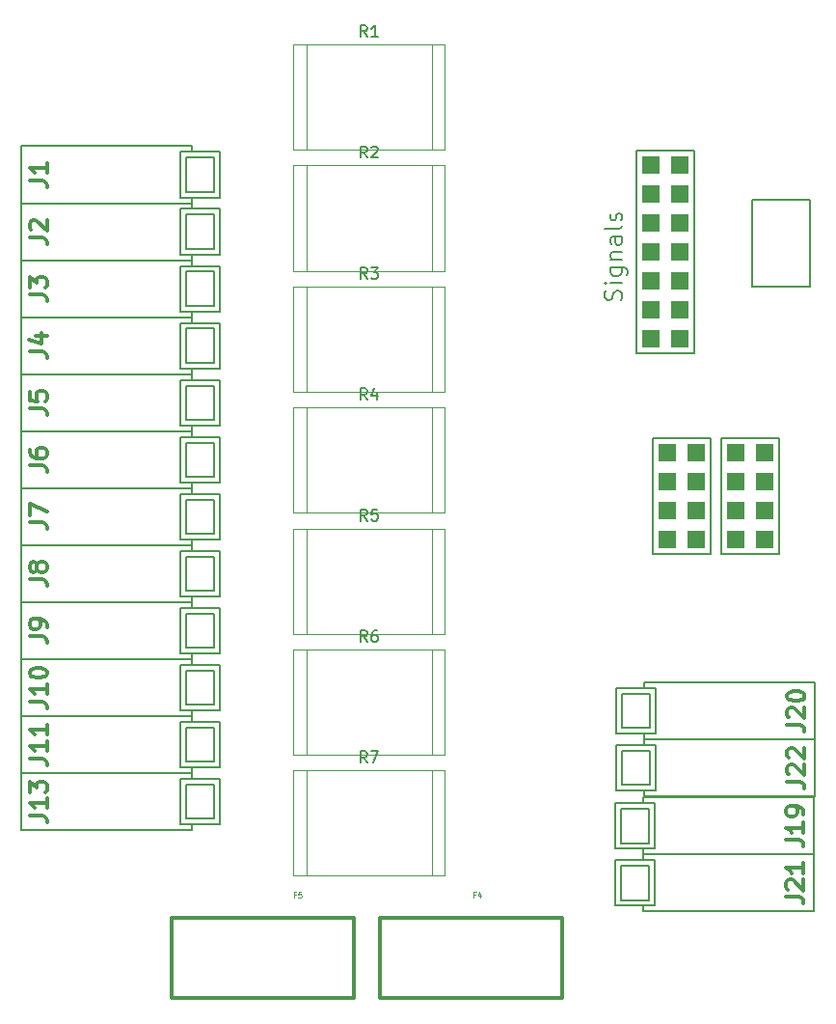
<source format=gbr>
%TF.GenerationSoftware,KiCad,Pcbnew,7.0.7-7.0.7~ubuntu23.04.1*%
%TF.CreationDate,2023-09-11T01:14:45+00:00*%
%TF.ProjectId,ISO11446PWR01,49534f31-3134-4343-9650-575230312e6b,rev?*%
%TF.SameCoordinates,Original*%
%TF.FileFunction,Legend,Top*%
%TF.FilePolarity,Positive*%
%FSLAX46Y46*%
G04 Gerber Fmt 4.6, Leading zero omitted, Abs format (unit mm)*
G04 Created by KiCad (PCBNEW 7.0.7-7.0.7~ubuntu23.04.1) date 2023-09-11 01:14:45*
%MOMM*%
%LPD*%
G01*
G04 APERTURE LIST*
%ADD10C,0.304800*%
%ADD11C,0.150000*%
%ADD12C,0.100000*%
%ADD13C,0.120000*%
%ADD14C,0.300000*%
%ADD15R,1.524000X1.524000*%
G04 APERTURE END LIST*
D10*
X6711281Y72686000D02*
X7799852Y72686000D01*
X7799852Y72686000D02*
X8017567Y72613429D01*
X8017567Y72613429D02*
X8162710Y72468286D01*
X8162710Y72468286D02*
X8235281Y72250572D01*
X8235281Y72250572D02*
X8235281Y72105429D01*
X6711281Y73266572D02*
X6711281Y74210000D01*
X6711281Y74210000D02*
X7291852Y73702000D01*
X7291852Y73702000D02*
X7291852Y73919715D01*
X7291852Y73919715D02*
X7364424Y74064857D01*
X7364424Y74064857D02*
X7436995Y74137429D01*
X7436995Y74137429D02*
X7582138Y74210000D01*
X7582138Y74210000D02*
X7944995Y74210000D01*
X7944995Y74210000D02*
X8090138Y74137429D01*
X8090138Y74137429D02*
X8162710Y74064857D01*
X8162710Y74064857D02*
X8235281Y73919715D01*
X8235281Y73919715D02*
X8235281Y73484286D01*
X8235281Y73484286D02*
X8162710Y73339143D01*
X8162710Y73339143D02*
X8090138Y73266572D01*
X6711281Y67686000D02*
X7799852Y67686000D01*
X7799852Y67686000D02*
X8017567Y67613429D01*
X8017567Y67613429D02*
X8162710Y67468286D01*
X8162710Y67468286D02*
X8235281Y67250572D01*
X8235281Y67250572D02*
X8235281Y67105429D01*
X7219281Y69064857D02*
X8235281Y69064857D01*
X6638710Y68702000D02*
X7727281Y68339143D01*
X7727281Y68339143D02*
X7727281Y69282572D01*
X73144931Y19828286D02*
X74233502Y19828286D01*
X74233502Y19828286D02*
X74451217Y19755715D01*
X74451217Y19755715D02*
X74596360Y19610572D01*
X74596360Y19610572D02*
X74668931Y19392858D01*
X74668931Y19392858D02*
X74668931Y19247715D01*
X73290074Y20481429D02*
X73217502Y20554001D01*
X73217502Y20554001D02*
X73144931Y20699143D01*
X73144931Y20699143D02*
X73144931Y21062001D01*
X73144931Y21062001D02*
X73217502Y21207143D01*
X73217502Y21207143D02*
X73290074Y21279715D01*
X73290074Y21279715D02*
X73435217Y21352286D01*
X73435217Y21352286D02*
X73580360Y21352286D01*
X73580360Y21352286D02*
X73798074Y21279715D01*
X73798074Y21279715D02*
X74668931Y20408858D01*
X74668931Y20408858D02*
X74668931Y21352286D01*
X74668931Y22803715D02*
X74668931Y21932858D01*
X74668931Y22368287D02*
X73144931Y22368287D01*
X73144931Y22368287D02*
X73362645Y22223144D01*
X73362645Y22223144D02*
X73507788Y22078001D01*
X73507788Y22078001D02*
X73580360Y21932858D01*
D11*
X36333333Y52839469D02*
X36000000Y53315660D01*
X35761905Y52839469D02*
X35761905Y53839469D01*
X35761905Y53839469D02*
X36142857Y53839469D01*
X36142857Y53839469D02*
X36238095Y53791850D01*
X36238095Y53791850D02*
X36285714Y53744231D01*
X36285714Y53744231D02*
X36333333Y53648993D01*
X36333333Y53648993D02*
X36333333Y53506136D01*
X36333333Y53506136D02*
X36285714Y53410898D01*
X36285714Y53410898D02*
X36238095Y53363279D01*
X36238095Y53363279D02*
X36142857Y53315660D01*
X36142857Y53315660D02*
X35761905Y53315660D01*
X37238095Y53839469D02*
X36761905Y53839469D01*
X36761905Y53839469D02*
X36714286Y53363279D01*
X36714286Y53363279D02*
X36761905Y53410898D01*
X36761905Y53410898D02*
X36857143Y53458517D01*
X36857143Y53458517D02*
X37095238Y53458517D01*
X37095238Y53458517D02*
X37190476Y53410898D01*
X37190476Y53410898D02*
X37238095Y53363279D01*
X37238095Y53363279D02*
X37285714Y53268041D01*
X37285714Y53268041D02*
X37285714Y53029946D01*
X37285714Y53029946D02*
X37238095Y52934708D01*
X37238095Y52934708D02*
X37190476Y52887088D01*
X37190476Y52887088D02*
X37095238Y52839469D01*
X37095238Y52839469D02*
X36857143Y52839469D01*
X36857143Y52839469D02*
X36761905Y52887088D01*
X36761905Y52887088D02*
X36714286Y52934708D01*
D10*
X6711281Y82686000D02*
X7799852Y82686000D01*
X7799852Y82686000D02*
X8017567Y82613429D01*
X8017567Y82613429D02*
X8162710Y82468286D01*
X8162710Y82468286D02*
X8235281Y82250572D01*
X8235281Y82250572D02*
X8235281Y82105429D01*
X8235281Y84210000D02*
X8235281Y83339143D01*
X8235281Y83774572D02*
X6711281Y83774572D01*
X6711281Y83774572D02*
X6928995Y83629429D01*
X6928995Y83629429D02*
X7074138Y83484286D01*
X7074138Y83484286D02*
X7146710Y83339143D01*
X73144931Y24828286D02*
X74233502Y24828286D01*
X74233502Y24828286D02*
X74451217Y24755715D01*
X74451217Y24755715D02*
X74596360Y24610572D01*
X74596360Y24610572D02*
X74668931Y24392858D01*
X74668931Y24392858D02*
X74668931Y24247715D01*
X74668931Y26352286D02*
X74668931Y25481429D01*
X74668931Y25916858D02*
X73144931Y25916858D01*
X73144931Y25916858D02*
X73362645Y25771715D01*
X73362645Y25771715D02*
X73507788Y25626572D01*
X73507788Y25626572D02*
X73580360Y25481429D01*
X74668931Y27078001D02*
X74668931Y27368287D01*
X74668931Y27368287D02*
X74596360Y27513430D01*
X74596360Y27513430D02*
X74523788Y27586001D01*
X74523788Y27586001D02*
X74306074Y27731144D01*
X74306074Y27731144D02*
X74015788Y27803715D01*
X74015788Y27803715D02*
X73435217Y27803715D01*
X73435217Y27803715D02*
X73290074Y27731144D01*
X73290074Y27731144D02*
X73217502Y27658572D01*
X73217502Y27658572D02*
X73144931Y27513430D01*
X73144931Y27513430D02*
X73144931Y27223144D01*
X73144931Y27223144D02*
X73217502Y27078001D01*
X73217502Y27078001D02*
X73290074Y27005430D01*
X73290074Y27005430D02*
X73435217Y26932858D01*
X73435217Y26932858D02*
X73798074Y26932858D01*
X73798074Y26932858D02*
X73943217Y27005430D01*
X73943217Y27005430D02*
X74015788Y27078001D01*
X74015788Y27078001D02*
X74088360Y27223144D01*
X74088360Y27223144D02*
X74088360Y27513430D01*
X74088360Y27513430D02*
X74015788Y27658572D01*
X74015788Y27658572D02*
X73943217Y27731144D01*
X73943217Y27731144D02*
X73798074Y27803715D01*
X6711281Y52686000D02*
X7799852Y52686000D01*
X7799852Y52686000D02*
X8017567Y52613429D01*
X8017567Y52613429D02*
X8162710Y52468286D01*
X8162710Y52468286D02*
X8235281Y52250572D01*
X8235281Y52250572D02*
X8235281Y52105429D01*
X6711281Y53266572D02*
X6711281Y54282572D01*
X6711281Y54282572D02*
X8235281Y53629429D01*
D12*
X30060715Y20035796D02*
X29894048Y20035796D01*
X29894048Y19773891D02*
X29894048Y20273891D01*
X29894048Y20273891D02*
X30132143Y20273891D01*
X30560714Y20273891D02*
X30322619Y20273891D01*
X30322619Y20273891D02*
X30298810Y20035796D01*
X30298810Y20035796D02*
X30322619Y20059605D01*
X30322619Y20059605D02*
X30370238Y20083415D01*
X30370238Y20083415D02*
X30489286Y20083415D01*
X30489286Y20083415D02*
X30536905Y20059605D01*
X30536905Y20059605D02*
X30560714Y20035796D01*
X30560714Y20035796D02*
X30584524Y19988177D01*
X30584524Y19988177D02*
X30584524Y19869129D01*
X30584524Y19869129D02*
X30560714Y19821510D01*
X30560714Y19821510D02*
X30536905Y19797700D01*
X30536905Y19797700D02*
X30489286Y19773891D01*
X30489286Y19773891D02*
X30370238Y19773891D01*
X30370238Y19773891D02*
X30322619Y19797700D01*
X30322619Y19797700D02*
X30298810Y19821510D01*
D10*
X6711281Y26960286D02*
X7799852Y26960286D01*
X7799852Y26960286D02*
X8017567Y26887715D01*
X8017567Y26887715D02*
X8162710Y26742572D01*
X8162710Y26742572D02*
X8235281Y26524858D01*
X8235281Y26524858D02*
X8235281Y26379715D01*
X8235281Y28484286D02*
X8235281Y27613429D01*
X8235281Y28048858D02*
X6711281Y28048858D01*
X6711281Y28048858D02*
X6928995Y27903715D01*
X6928995Y27903715D02*
X7074138Y27758572D01*
X7074138Y27758572D02*
X7146710Y27613429D01*
X6711281Y28992287D02*
X6711281Y29935715D01*
X6711281Y29935715D02*
X7291852Y29427715D01*
X7291852Y29427715D02*
X7291852Y29645430D01*
X7291852Y29645430D02*
X7364424Y29790572D01*
X7364424Y29790572D02*
X7436995Y29863144D01*
X7436995Y29863144D02*
X7582138Y29935715D01*
X7582138Y29935715D02*
X7944995Y29935715D01*
X7944995Y29935715D02*
X8090138Y29863144D01*
X8090138Y29863144D02*
X8162710Y29790572D01*
X8162710Y29790572D02*
X8235281Y29645430D01*
X8235281Y29645430D02*
X8235281Y29210001D01*
X8235281Y29210001D02*
X8162710Y29064858D01*
X8162710Y29064858D02*
X8090138Y28992287D01*
D11*
X36333333Y84681253D02*
X36000000Y85157444D01*
X35761905Y84681253D02*
X35761905Y85681253D01*
X35761905Y85681253D02*
X36142857Y85681253D01*
X36142857Y85681253D02*
X36238095Y85633634D01*
X36238095Y85633634D02*
X36285714Y85586015D01*
X36285714Y85586015D02*
X36333333Y85490777D01*
X36333333Y85490777D02*
X36333333Y85347920D01*
X36333333Y85347920D02*
X36285714Y85252682D01*
X36285714Y85252682D02*
X36238095Y85205063D01*
X36238095Y85205063D02*
X36142857Y85157444D01*
X36142857Y85157444D02*
X35761905Y85157444D01*
X36714286Y85586015D02*
X36761905Y85633634D01*
X36761905Y85633634D02*
X36857143Y85681253D01*
X36857143Y85681253D02*
X37095238Y85681253D01*
X37095238Y85681253D02*
X37190476Y85633634D01*
X37190476Y85633634D02*
X37238095Y85586015D01*
X37238095Y85586015D02*
X37285714Y85490777D01*
X37285714Y85490777D02*
X37285714Y85395539D01*
X37285714Y85395539D02*
X37238095Y85252682D01*
X37238095Y85252682D02*
X36666667Y84681253D01*
X36666667Y84681253D02*
X37285714Y84681253D01*
D10*
X73224181Y29928286D02*
X74312752Y29928286D01*
X74312752Y29928286D02*
X74530467Y29855715D01*
X74530467Y29855715D02*
X74675610Y29710572D01*
X74675610Y29710572D02*
X74748181Y29492858D01*
X74748181Y29492858D02*
X74748181Y29347715D01*
X73369324Y30581429D02*
X73296752Y30654001D01*
X73296752Y30654001D02*
X73224181Y30799143D01*
X73224181Y30799143D02*
X73224181Y31162001D01*
X73224181Y31162001D02*
X73296752Y31307143D01*
X73296752Y31307143D02*
X73369324Y31379715D01*
X73369324Y31379715D02*
X73514467Y31452286D01*
X73514467Y31452286D02*
X73659610Y31452286D01*
X73659610Y31452286D02*
X73877324Y31379715D01*
X73877324Y31379715D02*
X74748181Y30508858D01*
X74748181Y30508858D02*
X74748181Y31452286D01*
X73369324Y32032858D02*
X73296752Y32105430D01*
X73296752Y32105430D02*
X73224181Y32250572D01*
X73224181Y32250572D02*
X73224181Y32613430D01*
X73224181Y32613430D02*
X73296752Y32758572D01*
X73296752Y32758572D02*
X73369324Y32831144D01*
X73369324Y32831144D02*
X73514467Y32903715D01*
X73514467Y32903715D02*
X73659610Y32903715D01*
X73659610Y32903715D02*
X73877324Y32831144D01*
X73877324Y32831144D02*
X74748181Y31960287D01*
X74748181Y31960287D02*
X74748181Y32903715D01*
D11*
X58614700Y72178572D02*
X58686128Y72392857D01*
X58686128Y72392857D02*
X58686128Y72750000D01*
X58686128Y72750000D02*
X58614700Y72892857D01*
X58614700Y72892857D02*
X58543271Y72964286D01*
X58543271Y72964286D02*
X58400414Y73035715D01*
X58400414Y73035715D02*
X58257557Y73035715D01*
X58257557Y73035715D02*
X58114700Y72964286D01*
X58114700Y72964286D02*
X58043271Y72892857D01*
X58043271Y72892857D02*
X57971842Y72750000D01*
X57971842Y72750000D02*
X57900414Y72464286D01*
X57900414Y72464286D02*
X57828985Y72321429D01*
X57828985Y72321429D02*
X57757557Y72250000D01*
X57757557Y72250000D02*
X57614700Y72178572D01*
X57614700Y72178572D02*
X57471842Y72178572D01*
X57471842Y72178572D02*
X57328985Y72250000D01*
X57328985Y72250000D02*
X57257557Y72321429D01*
X57257557Y72321429D02*
X57186128Y72464286D01*
X57186128Y72464286D02*
X57186128Y72821429D01*
X57186128Y72821429D02*
X57257557Y73035715D01*
X58686128Y73678571D02*
X57686128Y73678571D01*
X57186128Y73678571D02*
X57257557Y73607143D01*
X57257557Y73607143D02*
X57328985Y73678571D01*
X57328985Y73678571D02*
X57257557Y73750000D01*
X57257557Y73750000D02*
X57186128Y73678571D01*
X57186128Y73678571D02*
X57328985Y73678571D01*
X57686128Y75035714D02*
X58900414Y75035714D01*
X58900414Y75035714D02*
X59043271Y74964286D01*
X59043271Y74964286D02*
X59114700Y74892857D01*
X59114700Y74892857D02*
X59186128Y74750000D01*
X59186128Y74750000D02*
X59186128Y74535714D01*
X59186128Y74535714D02*
X59114700Y74392857D01*
X58614700Y75035714D02*
X58686128Y74892857D01*
X58686128Y74892857D02*
X58686128Y74607143D01*
X58686128Y74607143D02*
X58614700Y74464286D01*
X58614700Y74464286D02*
X58543271Y74392857D01*
X58543271Y74392857D02*
X58400414Y74321429D01*
X58400414Y74321429D02*
X57971842Y74321429D01*
X57971842Y74321429D02*
X57828985Y74392857D01*
X57828985Y74392857D02*
X57757557Y74464286D01*
X57757557Y74464286D02*
X57686128Y74607143D01*
X57686128Y74607143D02*
X57686128Y74892857D01*
X57686128Y74892857D02*
X57757557Y75035714D01*
X57686128Y75750000D02*
X58686128Y75750000D01*
X57828985Y75750000D02*
X57757557Y75821429D01*
X57757557Y75821429D02*
X57686128Y75964286D01*
X57686128Y75964286D02*
X57686128Y76178572D01*
X57686128Y76178572D02*
X57757557Y76321429D01*
X57757557Y76321429D02*
X57900414Y76392857D01*
X57900414Y76392857D02*
X58686128Y76392857D01*
X58686128Y77750000D02*
X57900414Y77750000D01*
X57900414Y77750000D02*
X57757557Y77678572D01*
X57757557Y77678572D02*
X57686128Y77535715D01*
X57686128Y77535715D02*
X57686128Y77250000D01*
X57686128Y77250000D02*
X57757557Y77107143D01*
X58614700Y77750000D02*
X58686128Y77607143D01*
X58686128Y77607143D02*
X58686128Y77250000D01*
X58686128Y77250000D02*
X58614700Y77107143D01*
X58614700Y77107143D02*
X58471842Y77035715D01*
X58471842Y77035715D02*
X58328985Y77035715D01*
X58328985Y77035715D02*
X58186128Y77107143D01*
X58186128Y77107143D02*
X58114700Y77250000D01*
X58114700Y77250000D02*
X58114700Y77607143D01*
X58114700Y77607143D02*
X58043271Y77750000D01*
X58686128Y78678572D02*
X58614700Y78535715D01*
X58614700Y78535715D02*
X58471842Y78464286D01*
X58471842Y78464286D02*
X57186128Y78464286D01*
X58614700Y79178572D02*
X58686128Y79321429D01*
X58686128Y79321429D02*
X58686128Y79607143D01*
X58686128Y79607143D02*
X58614700Y79750000D01*
X58614700Y79750000D02*
X58471842Y79821429D01*
X58471842Y79821429D02*
X58400414Y79821429D01*
X58400414Y79821429D02*
X58257557Y79750000D01*
X58257557Y79750000D02*
X58186128Y79607143D01*
X58186128Y79607143D02*
X58186128Y79392857D01*
X58186128Y79392857D02*
X58114700Y79250000D01*
X58114700Y79250000D02*
X57971842Y79178572D01*
X57971842Y79178572D02*
X57900414Y79178572D01*
X57900414Y79178572D02*
X57757557Y79250000D01*
X57757557Y79250000D02*
X57686128Y79392857D01*
X57686128Y79392857D02*
X57686128Y79607143D01*
X57686128Y79607143D02*
X57757557Y79750000D01*
D10*
X6711281Y62686000D02*
X7799852Y62686000D01*
X7799852Y62686000D02*
X8017567Y62613429D01*
X8017567Y62613429D02*
X8162710Y62468286D01*
X8162710Y62468286D02*
X8235281Y62250572D01*
X8235281Y62250572D02*
X8235281Y62105429D01*
X6711281Y64137429D02*
X6711281Y63411715D01*
X6711281Y63411715D02*
X7436995Y63339143D01*
X7436995Y63339143D02*
X7364424Y63411715D01*
X7364424Y63411715D02*
X7291852Y63556857D01*
X7291852Y63556857D02*
X7291852Y63919715D01*
X7291852Y63919715D02*
X7364424Y64064857D01*
X7364424Y64064857D02*
X7436995Y64137429D01*
X7436995Y64137429D02*
X7582138Y64210000D01*
X7582138Y64210000D02*
X7944995Y64210000D01*
X7944995Y64210000D02*
X8090138Y64137429D01*
X8090138Y64137429D02*
X8162710Y64064857D01*
X8162710Y64064857D02*
X8235281Y63919715D01*
X8235281Y63919715D02*
X8235281Y63556857D01*
X8235281Y63556857D02*
X8162710Y63411715D01*
X8162710Y63411715D02*
X8090138Y63339143D01*
X6711281Y42686000D02*
X7799852Y42686000D01*
X7799852Y42686000D02*
X8017567Y42613429D01*
X8017567Y42613429D02*
X8162710Y42468286D01*
X8162710Y42468286D02*
X8235281Y42250572D01*
X8235281Y42250572D02*
X8235281Y42105429D01*
X8235281Y43484286D02*
X8235281Y43774572D01*
X8235281Y43774572D02*
X8162710Y43919715D01*
X8162710Y43919715D02*
X8090138Y43992286D01*
X8090138Y43992286D02*
X7872424Y44137429D01*
X7872424Y44137429D02*
X7582138Y44210000D01*
X7582138Y44210000D02*
X7001567Y44210000D01*
X7001567Y44210000D02*
X6856424Y44137429D01*
X6856424Y44137429D02*
X6783852Y44064857D01*
X6783852Y44064857D02*
X6711281Y43919715D01*
X6711281Y43919715D02*
X6711281Y43629429D01*
X6711281Y43629429D02*
X6783852Y43484286D01*
X6783852Y43484286D02*
X6856424Y43411715D01*
X6856424Y43411715D02*
X7001567Y43339143D01*
X7001567Y43339143D02*
X7364424Y43339143D01*
X7364424Y43339143D02*
X7509567Y43411715D01*
X7509567Y43411715D02*
X7582138Y43484286D01*
X7582138Y43484286D02*
X7654710Y43629429D01*
X7654710Y43629429D02*
X7654710Y43919715D01*
X7654710Y43919715D02*
X7582138Y44064857D01*
X7582138Y44064857D02*
X7509567Y44137429D01*
X7509567Y44137429D02*
X7364424Y44210000D01*
D11*
X36333333Y42225541D02*
X36000000Y42701732D01*
X35761905Y42225541D02*
X35761905Y43225541D01*
X35761905Y43225541D02*
X36142857Y43225541D01*
X36142857Y43225541D02*
X36238095Y43177922D01*
X36238095Y43177922D02*
X36285714Y43130303D01*
X36285714Y43130303D02*
X36333333Y43035065D01*
X36333333Y43035065D02*
X36333333Y42892208D01*
X36333333Y42892208D02*
X36285714Y42796970D01*
X36285714Y42796970D02*
X36238095Y42749351D01*
X36238095Y42749351D02*
X36142857Y42701732D01*
X36142857Y42701732D02*
X35761905Y42701732D01*
X37190476Y43225541D02*
X37000000Y43225541D01*
X37000000Y43225541D02*
X36904762Y43177922D01*
X36904762Y43177922D02*
X36857143Y43130303D01*
X36857143Y43130303D02*
X36761905Y42987446D01*
X36761905Y42987446D02*
X36714286Y42796970D01*
X36714286Y42796970D02*
X36714286Y42416018D01*
X36714286Y42416018D02*
X36761905Y42320780D01*
X36761905Y42320780D02*
X36809524Y42273160D01*
X36809524Y42273160D02*
X36904762Y42225541D01*
X36904762Y42225541D02*
X37095238Y42225541D01*
X37095238Y42225541D02*
X37190476Y42273160D01*
X37190476Y42273160D02*
X37238095Y42320780D01*
X37238095Y42320780D02*
X37285714Y42416018D01*
X37285714Y42416018D02*
X37285714Y42654113D01*
X37285714Y42654113D02*
X37238095Y42749351D01*
X37238095Y42749351D02*
X37190476Y42796970D01*
X37190476Y42796970D02*
X37095238Y42844589D01*
X37095238Y42844589D02*
X36904762Y42844589D01*
X36904762Y42844589D02*
X36809524Y42796970D01*
X36809524Y42796970D02*
X36761905Y42749351D01*
X36761905Y42749351D02*
X36714286Y42654113D01*
D10*
X73224181Y34928286D02*
X74312752Y34928286D01*
X74312752Y34928286D02*
X74530467Y34855715D01*
X74530467Y34855715D02*
X74675610Y34710572D01*
X74675610Y34710572D02*
X74748181Y34492858D01*
X74748181Y34492858D02*
X74748181Y34347715D01*
X73369324Y35581429D02*
X73296752Y35654001D01*
X73296752Y35654001D02*
X73224181Y35799143D01*
X73224181Y35799143D02*
X73224181Y36162001D01*
X73224181Y36162001D02*
X73296752Y36307143D01*
X73296752Y36307143D02*
X73369324Y36379715D01*
X73369324Y36379715D02*
X73514467Y36452286D01*
X73514467Y36452286D02*
X73659610Y36452286D01*
X73659610Y36452286D02*
X73877324Y36379715D01*
X73877324Y36379715D02*
X74748181Y35508858D01*
X74748181Y35508858D02*
X74748181Y36452286D01*
X73224181Y37395715D02*
X73224181Y37540858D01*
X73224181Y37540858D02*
X73296752Y37686001D01*
X73296752Y37686001D02*
X73369324Y37758572D01*
X73369324Y37758572D02*
X73514467Y37831144D01*
X73514467Y37831144D02*
X73804752Y37903715D01*
X73804752Y37903715D02*
X74167610Y37903715D01*
X74167610Y37903715D02*
X74457895Y37831144D01*
X74457895Y37831144D02*
X74603038Y37758572D01*
X74603038Y37758572D02*
X74675610Y37686001D01*
X74675610Y37686001D02*
X74748181Y37540858D01*
X74748181Y37540858D02*
X74748181Y37395715D01*
X74748181Y37395715D02*
X74675610Y37250572D01*
X74675610Y37250572D02*
X74603038Y37178001D01*
X74603038Y37178001D02*
X74457895Y37105430D01*
X74457895Y37105430D02*
X74167610Y37032858D01*
X74167610Y37032858D02*
X73804752Y37032858D01*
X73804752Y37032858D02*
X73514467Y37105430D01*
X73514467Y37105430D02*
X73369324Y37178001D01*
X73369324Y37178001D02*
X73296752Y37250572D01*
X73296752Y37250572D02*
X73224181Y37395715D01*
D11*
X36333333Y95295181D02*
X36000000Y95771372D01*
X35761905Y95295181D02*
X35761905Y96295181D01*
X35761905Y96295181D02*
X36142857Y96295181D01*
X36142857Y96295181D02*
X36238095Y96247562D01*
X36238095Y96247562D02*
X36285714Y96199943D01*
X36285714Y96199943D02*
X36333333Y96104705D01*
X36333333Y96104705D02*
X36333333Y95961848D01*
X36333333Y95961848D02*
X36285714Y95866610D01*
X36285714Y95866610D02*
X36238095Y95818991D01*
X36238095Y95818991D02*
X36142857Y95771372D01*
X36142857Y95771372D02*
X35761905Y95771372D01*
X37285714Y95295181D02*
X36714286Y95295181D01*
X37000000Y95295181D02*
X37000000Y96295181D01*
X37000000Y96295181D02*
X36904762Y96152324D01*
X36904762Y96152324D02*
X36809524Y96057086D01*
X36809524Y96057086D02*
X36714286Y96009467D01*
D10*
X6711281Y36960286D02*
X7799852Y36960286D01*
X7799852Y36960286D02*
X8017567Y36887715D01*
X8017567Y36887715D02*
X8162710Y36742572D01*
X8162710Y36742572D02*
X8235281Y36524858D01*
X8235281Y36524858D02*
X8235281Y36379715D01*
X8235281Y38484286D02*
X8235281Y37613429D01*
X8235281Y38048858D02*
X6711281Y38048858D01*
X6711281Y38048858D02*
X6928995Y37903715D01*
X6928995Y37903715D02*
X7074138Y37758572D01*
X7074138Y37758572D02*
X7146710Y37613429D01*
X6711281Y39427715D02*
X6711281Y39572858D01*
X6711281Y39572858D02*
X6783852Y39718001D01*
X6783852Y39718001D02*
X6856424Y39790572D01*
X6856424Y39790572D02*
X7001567Y39863144D01*
X7001567Y39863144D02*
X7291852Y39935715D01*
X7291852Y39935715D02*
X7654710Y39935715D01*
X7654710Y39935715D02*
X7944995Y39863144D01*
X7944995Y39863144D02*
X8090138Y39790572D01*
X8090138Y39790572D02*
X8162710Y39718001D01*
X8162710Y39718001D02*
X8235281Y39572858D01*
X8235281Y39572858D02*
X8235281Y39427715D01*
X8235281Y39427715D02*
X8162710Y39282572D01*
X8162710Y39282572D02*
X8090138Y39210001D01*
X8090138Y39210001D02*
X7944995Y39137430D01*
X7944995Y39137430D02*
X7654710Y39064858D01*
X7654710Y39064858D02*
X7291852Y39064858D01*
X7291852Y39064858D02*
X7001567Y39137430D01*
X7001567Y39137430D02*
X6856424Y39210001D01*
X6856424Y39210001D02*
X6783852Y39282572D01*
X6783852Y39282572D02*
X6711281Y39427715D01*
X6711281Y77686000D02*
X7799852Y77686000D01*
X7799852Y77686000D02*
X8017567Y77613429D01*
X8017567Y77613429D02*
X8162710Y77468286D01*
X8162710Y77468286D02*
X8235281Y77250572D01*
X8235281Y77250572D02*
X8235281Y77105429D01*
X6856424Y78339143D02*
X6783852Y78411715D01*
X6783852Y78411715D02*
X6711281Y78556857D01*
X6711281Y78556857D02*
X6711281Y78919715D01*
X6711281Y78919715D02*
X6783852Y79064857D01*
X6783852Y79064857D02*
X6856424Y79137429D01*
X6856424Y79137429D02*
X7001567Y79210000D01*
X7001567Y79210000D02*
X7146710Y79210000D01*
X7146710Y79210000D02*
X7364424Y79137429D01*
X7364424Y79137429D02*
X8235281Y78266572D01*
X8235281Y78266572D02*
X8235281Y79210000D01*
D12*
X45833334Y20035796D02*
X45666667Y20035796D01*
X45666667Y19773891D02*
X45666667Y20273891D01*
X45666667Y20273891D02*
X45904762Y20273891D01*
X46309524Y20107224D02*
X46309524Y19773891D01*
X46190476Y20297700D02*
X46071429Y19940558D01*
X46071429Y19940558D02*
X46380952Y19940558D01*
D11*
X36333333Y74067325D02*
X36000000Y74543516D01*
X35761905Y74067325D02*
X35761905Y75067325D01*
X35761905Y75067325D02*
X36142857Y75067325D01*
X36142857Y75067325D02*
X36238095Y75019706D01*
X36238095Y75019706D02*
X36285714Y74972087D01*
X36285714Y74972087D02*
X36333333Y74876849D01*
X36333333Y74876849D02*
X36333333Y74733992D01*
X36333333Y74733992D02*
X36285714Y74638754D01*
X36285714Y74638754D02*
X36238095Y74591135D01*
X36238095Y74591135D02*
X36142857Y74543516D01*
X36142857Y74543516D02*
X35761905Y74543516D01*
X36666667Y75067325D02*
X37285714Y75067325D01*
X37285714Y75067325D02*
X36952381Y74686373D01*
X36952381Y74686373D02*
X37095238Y74686373D01*
X37095238Y74686373D02*
X37190476Y74638754D01*
X37190476Y74638754D02*
X37238095Y74591135D01*
X37238095Y74591135D02*
X37285714Y74495897D01*
X37285714Y74495897D02*
X37285714Y74257802D01*
X37285714Y74257802D02*
X37238095Y74162564D01*
X37238095Y74162564D02*
X37190476Y74114944D01*
X37190476Y74114944D02*
X37095238Y74067325D01*
X37095238Y74067325D02*
X36809524Y74067325D01*
X36809524Y74067325D02*
X36714286Y74114944D01*
X36714286Y74114944D02*
X36666667Y74162564D01*
X36333333Y31611613D02*
X36000000Y32087804D01*
X35761905Y31611613D02*
X35761905Y32611613D01*
X35761905Y32611613D02*
X36142857Y32611613D01*
X36142857Y32611613D02*
X36238095Y32563994D01*
X36238095Y32563994D02*
X36285714Y32516375D01*
X36285714Y32516375D02*
X36333333Y32421137D01*
X36333333Y32421137D02*
X36333333Y32278280D01*
X36333333Y32278280D02*
X36285714Y32183042D01*
X36285714Y32183042D02*
X36238095Y32135423D01*
X36238095Y32135423D02*
X36142857Y32087804D01*
X36142857Y32087804D02*
X35761905Y32087804D01*
X36666667Y32611613D02*
X37333333Y32611613D01*
X37333333Y32611613D02*
X36904762Y31611613D01*
D10*
X6711281Y57686000D02*
X7799852Y57686000D01*
X7799852Y57686000D02*
X8017567Y57613429D01*
X8017567Y57613429D02*
X8162710Y57468286D01*
X8162710Y57468286D02*
X8235281Y57250572D01*
X8235281Y57250572D02*
X8235281Y57105429D01*
X6711281Y59064857D02*
X6711281Y58774572D01*
X6711281Y58774572D02*
X6783852Y58629429D01*
X6783852Y58629429D02*
X6856424Y58556857D01*
X6856424Y58556857D02*
X7074138Y58411715D01*
X7074138Y58411715D02*
X7364424Y58339143D01*
X7364424Y58339143D02*
X7944995Y58339143D01*
X7944995Y58339143D02*
X8090138Y58411715D01*
X8090138Y58411715D02*
X8162710Y58484286D01*
X8162710Y58484286D02*
X8235281Y58629429D01*
X8235281Y58629429D02*
X8235281Y58919715D01*
X8235281Y58919715D02*
X8162710Y59064857D01*
X8162710Y59064857D02*
X8090138Y59137429D01*
X8090138Y59137429D02*
X7944995Y59210000D01*
X7944995Y59210000D02*
X7582138Y59210000D01*
X7582138Y59210000D02*
X7436995Y59137429D01*
X7436995Y59137429D02*
X7364424Y59064857D01*
X7364424Y59064857D02*
X7291852Y58919715D01*
X7291852Y58919715D02*
X7291852Y58629429D01*
X7291852Y58629429D02*
X7364424Y58484286D01*
X7364424Y58484286D02*
X7436995Y58411715D01*
X7436995Y58411715D02*
X7582138Y58339143D01*
X6711281Y31960286D02*
X7799852Y31960286D01*
X7799852Y31960286D02*
X8017567Y31887715D01*
X8017567Y31887715D02*
X8162710Y31742572D01*
X8162710Y31742572D02*
X8235281Y31524858D01*
X8235281Y31524858D02*
X8235281Y31379715D01*
X8235281Y33484286D02*
X8235281Y32613429D01*
X8235281Y33048858D02*
X6711281Y33048858D01*
X6711281Y33048858D02*
X6928995Y32903715D01*
X6928995Y32903715D02*
X7074138Y32758572D01*
X7074138Y32758572D02*
X7146710Y32613429D01*
X8235281Y34935715D02*
X8235281Y34064858D01*
X8235281Y34500287D02*
X6711281Y34500287D01*
X6711281Y34500287D02*
X6928995Y34355144D01*
X6928995Y34355144D02*
X7074138Y34210001D01*
X7074138Y34210001D02*
X7146710Y34064858D01*
D11*
X36333333Y63453397D02*
X36000000Y63929588D01*
X35761905Y63453397D02*
X35761905Y64453397D01*
X35761905Y64453397D02*
X36142857Y64453397D01*
X36142857Y64453397D02*
X36238095Y64405778D01*
X36238095Y64405778D02*
X36285714Y64358159D01*
X36285714Y64358159D02*
X36333333Y64262921D01*
X36333333Y64262921D02*
X36333333Y64120064D01*
X36333333Y64120064D02*
X36285714Y64024826D01*
X36285714Y64024826D02*
X36238095Y63977207D01*
X36238095Y63977207D02*
X36142857Y63929588D01*
X36142857Y63929588D02*
X35761905Y63929588D01*
X37190476Y64120064D02*
X37190476Y63453397D01*
X36952381Y64501016D02*
X36714286Y63786731D01*
X36714286Y63786731D02*
X37333333Y63786731D01*
D10*
X6711281Y47686000D02*
X7799852Y47686000D01*
X7799852Y47686000D02*
X8017567Y47613429D01*
X8017567Y47613429D02*
X8162710Y47468286D01*
X8162710Y47468286D02*
X8235281Y47250572D01*
X8235281Y47250572D02*
X8235281Y47105429D01*
X7364424Y48629429D02*
X7291852Y48484286D01*
X7291852Y48484286D02*
X7219281Y48411715D01*
X7219281Y48411715D02*
X7074138Y48339143D01*
X7074138Y48339143D02*
X7001567Y48339143D01*
X7001567Y48339143D02*
X6856424Y48411715D01*
X6856424Y48411715D02*
X6783852Y48484286D01*
X6783852Y48484286D02*
X6711281Y48629429D01*
X6711281Y48629429D02*
X6711281Y48919715D01*
X6711281Y48919715D02*
X6783852Y49064857D01*
X6783852Y49064857D02*
X6856424Y49137429D01*
X6856424Y49137429D02*
X7001567Y49210000D01*
X7001567Y49210000D02*
X7074138Y49210000D01*
X7074138Y49210000D02*
X7219281Y49137429D01*
X7219281Y49137429D02*
X7291852Y49064857D01*
X7291852Y49064857D02*
X7364424Y48919715D01*
X7364424Y48919715D02*
X7364424Y48629429D01*
X7364424Y48629429D02*
X7436995Y48484286D01*
X7436995Y48484286D02*
X7509567Y48411715D01*
X7509567Y48411715D02*
X7654710Y48339143D01*
X7654710Y48339143D02*
X7944995Y48339143D01*
X7944995Y48339143D02*
X8090138Y48411715D01*
X8090138Y48411715D02*
X8162710Y48484286D01*
X8162710Y48484286D02*
X8235281Y48629429D01*
X8235281Y48629429D02*
X8235281Y48919715D01*
X8235281Y48919715D02*
X8162710Y49064857D01*
X8162710Y49064857D02*
X8090138Y49137429D01*
X8090138Y49137429D02*
X7944995Y49210000D01*
X7944995Y49210000D02*
X7654710Y49210000D01*
X7654710Y49210000D02*
X7509567Y49137429D01*
X7509567Y49137429D02*
X7436995Y49064857D01*
X7436995Y49064857D02*
X7364424Y48919715D01*
D11*
%TO.C,J3*%
X20428200Y71693000D02*
X20428200Y74695000D01*
X20928100Y75194000D02*
X20928100Y75694000D01*
X5928100Y70693900D02*
X5928100Y75694100D01*
X20928100Y70694000D02*
X20928100Y71194000D01*
X19928100Y75194000D02*
X23429100Y75194000D01*
X14928100Y75694000D02*
X20928100Y75694000D01*
X23428200Y75194000D02*
X23428200Y71194000D01*
X20428200Y74694000D02*
X22928100Y74694000D01*
X14928100Y70694000D02*
X20928100Y70694000D01*
X20428200Y71694000D02*
X22928100Y71694000D01*
X5928100Y75694000D02*
X14928100Y75694000D01*
X14928100Y70694000D02*
X5928100Y70694000D01*
X19928100Y71194000D02*
X23428200Y71194000D01*
X22928100Y71693000D02*
X22928100Y74695000D01*
X19928100Y75194000D02*
X19928100Y71194000D01*
%TO.C,J4*%
X5928100Y70694000D02*
X14928100Y70694000D01*
X22928100Y66693000D02*
X22928100Y69695000D01*
X19928100Y70194000D02*
X23429100Y70194000D01*
X20428200Y69694000D02*
X22928100Y69694000D01*
X19928100Y66194000D02*
X23428200Y66194000D01*
X14928100Y65694000D02*
X5928100Y65694000D01*
X20428200Y66694000D02*
X22928100Y66694000D01*
X5928100Y65693900D02*
X5928100Y70694100D01*
X20928100Y70194000D02*
X20928100Y70694000D01*
X20928100Y65694000D02*
X20928100Y66194000D01*
X20428200Y66693000D02*
X20428200Y69695000D01*
X19928100Y70194000D02*
X19928100Y66194000D01*
X14928100Y70694000D02*
X20928100Y70694000D01*
X14928100Y65694000D02*
X20928100Y65694000D01*
X23428200Y70194000D02*
X23428200Y66194000D01*
%TO.C,J21*%
X58597750Y22563000D02*
X58597750Y19561000D01*
X66597750Y18562000D02*
X60597750Y18562000D01*
X58097650Y19062000D02*
X58097650Y23062000D01*
X66597750Y23562000D02*
X60597750Y23562000D01*
X61597750Y19062000D02*
X61597750Y23062000D01*
X61597750Y19062000D02*
X58096750Y19062000D01*
X61097650Y22562000D02*
X58597750Y22562000D01*
X75597750Y23562100D02*
X75597750Y18561900D01*
X75597750Y18562000D02*
X66597750Y18562000D01*
X60597750Y19062000D02*
X60597750Y18562000D01*
X60597750Y23562000D02*
X60597750Y23062000D01*
X61097650Y19562000D02*
X58597750Y19562000D01*
X66597750Y23562000D02*
X75597750Y23562000D01*
X61597750Y23062000D02*
X58097650Y23062000D01*
X61097650Y22563000D02*
X61097650Y19561000D01*
D13*
%TO.C,R5*%
X29880000Y52164288D02*
X29880000Y42924288D01*
X29880000Y52164288D02*
X43120000Y52164288D01*
X43120000Y52164288D02*
X43120000Y42924288D01*
X31000000Y52164288D02*
X31000000Y42924288D01*
X42000000Y52164288D02*
X42000000Y42924288D01*
X29880000Y42924288D02*
X43120000Y42924288D01*
D11*
%TO.C,J1*%
X23428200Y85194000D02*
X23428200Y81194000D01*
X20928100Y85194000D02*
X20928100Y85694000D01*
X22928100Y81693000D02*
X22928100Y84695000D01*
X19928100Y81194000D02*
X23428200Y81194000D01*
X14928100Y80694000D02*
X20928100Y80694000D01*
X20428200Y81694000D02*
X22928100Y81694000D01*
X5928100Y80693900D02*
X5928100Y85694100D01*
X20428200Y81693000D02*
X20428200Y84695000D01*
X19928100Y85194000D02*
X19928100Y81194000D01*
X5928100Y85694000D02*
X14928100Y85694000D01*
X20428200Y84694000D02*
X22928100Y84694000D01*
X14928100Y85694000D02*
X20928100Y85694000D01*
X14928100Y80694000D02*
X5928100Y80694000D01*
X19928100Y85194000D02*
X23429100Y85194000D01*
X20928100Y80694000D02*
X20928100Y81194000D01*
%TO.C,J19*%
X61097650Y24562000D02*
X58597750Y24562000D01*
X75597750Y28562100D02*
X75597750Y23561900D01*
X60597750Y28562000D02*
X60597750Y28062000D01*
X61597750Y28062000D02*
X58097650Y28062000D01*
X61597750Y24062000D02*
X61597750Y28062000D01*
X75597750Y23562000D02*
X66597750Y23562000D01*
X61597750Y24062000D02*
X58096750Y24062000D01*
X61097650Y27563000D02*
X61097650Y24561000D01*
X66597750Y28562000D02*
X60597750Y28562000D01*
X58597750Y27563000D02*
X58597750Y24561000D01*
X66597750Y28562000D02*
X75597750Y28562000D01*
X66597750Y23562000D02*
X60597750Y23562000D01*
X61097650Y27562000D02*
X58597750Y27562000D01*
X58097650Y24062000D02*
X58097650Y28062000D01*
X60597750Y24062000D02*
X60597750Y23562000D01*
%TO.C,J7*%
X20428200Y54694000D02*
X22928100Y54694000D01*
X14928100Y50694000D02*
X5928100Y50694000D01*
X5928100Y55694000D02*
X14928100Y55694000D01*
X19928100Y55194000D02*
X23429100Y55194000D01*
X20428200Y51694000D02*
X22928100Y51694000D01*
X19928100Y55194000D02*
X19928100Y51194000D01*
X5928100Y50693900D02*
X5928100Y55694100D01*
X22928100Y51693000D02*
X22928100Y54695000D01*
X20928100Y55194000D02*
X20928100Y55694000D01*
X20928100Y50694000D02*
X20928100Y51194000D01*
X19928100Y51194000D02*
X23428200Y51194000D01*
X14928100Y55694000D02*
X20928100Y55694000D01*
X14928100Y50694000D02*
X20928100Y50694000D01*
X23428200Y55194000D02*
X23428200Y51194000D01*
X20428200Y51693000D02*
X20428200Y54695000D01*
D14*
%TO.C,F5*%
X35178000Y10978000D02*
X35178000Y17978000D01*
X19178000Y10978000D02*
X35178000Y10978000D01*
X19178000Y17978000D02*
X19178000Y10978000D01*
X35178000Y17978000D02*
X19178000Y17978000D01*
D11*
%TO.C,J13*%
X14928100Y25694000D02*
X20928100Y25694000D01*
X5928100Y30694000D02*
X14928100Y30694000D01*
X20428200Y29694000D02*
X22928100Y29694000D01*
X20928100Y30194000D02*
X20928100Y30694000D01*
X20428200Y26694000D02*
X22928100Y26694000D01*
X22928100Y26693000D02*
X22928100Y29695000D01*
X19928100Y30194000D02*
X19928100Y26194000D01*
X19928100Y30194000D02*
X23429100Y30194000D01*
X20428200Y26693000D02*
X20428200Y29695000D01*
X14928100Y30694000D02*
X20928100Y30694000D01*
X20928100Y25694000D02*
X20928100Y26194000D01*
X23428200Y30194000D02*
X23428200Y26194000D01*
X19928100Y26194000D02*
X23428200Y26194000D01*
X14928100Y25694000D02*
X5928100Y25694000D01*
X5928100Y25693900D02*
X5928100Y30694100D01*
D13*
%TO.C,R2*%
X31000000Y84006072D02*
X31000000Y74766072D01*
X29880000Y84006072D02*
X43120000Y84006072D01*
X42000000Y84006072D02*
X42000000Y74766072D01*
X29880000Y84006072D02*
X29880000Y74766072D01*
X43120000Y84006072D02*
X43120000Y74766072D01*
X29880000Y74766072D02*
X43120000Y74766072D01*
D11*
%TO.C,J22*%
X58176900Y29162000D02*
X58176900Y33162000D01*
X58677000Y32663000D02*
X58677000Y29661000D01*
X66677000Y28662000D02*
X60677000Y28662000D01*
X61176900Y32663000D02*
X61176900Y29661000D01*
X61677000Y33162000D02*
X58176900Y33162000D01*
X61677000Y29162000D02*
X58176000Y29162000D01*
X66677000Y33662000D02*
X75677000Y33662000D01*
X75677000Y33662100D02*
X75677000Y28661900D01*
X60677000Y33662000D02*
X60677000Y33162000D01*
X60677000Y29162000D02*
X60677000Y28662000D01*
X61176900Y32662000D02*
X58677000Y32662000D01*
X61176900Y29662000D02*
X58677000Y29662000D01*
X61677000Y29162000D02*
X61677000Y33162000D01*
X66677000Y33662000D02*
X60677000Y33662000D01*
X75677000Y28662000D02*
X66677000Y28662000D01*
%TO.C,J15*%
X59944000Y85344000D02*
X65024000Y85344000D01*
X65024000Y85344000D02*
X65024000Y67564000D01*
X65024000Y67564000D02*
X59944000Y67564000D01*
X59944000Y67564000D02*
X59944000Y85344000D01*
%TO.C,J5*%
X14928100Y60694000D02*
X5928100Y60694000D01*
X20428200Y61693000D02*
X20428200Y64695000D01*
X20428200Y64694000D02*
X22928100Y64694000D01*
X20928100Y60694000D02*
X20928100Y61194000D01*
X5928100Y65694000D02*
X14928100Y65694000D01*
X19928100Y65194000D02*
X23429100Y65194000D01*
X14928100Y65694000D02*
X20928100Y65694000D01*
X14928100Y60694000D02*
X20928100Y60694000D01*
X22928100Y61693000D02*
X22928100Y64695000D01*
X5928100Y60693900D02*
X5928100Y65694100D01*
X20928100Y65194000D02*
X20928100Y65694000D01*
X23428200Y65194000D02*
X23428200Y61194000D01*
X19928100Y61194000D02*
X23428200Y61194000D01*
X20428200Y61694000D02*
X22928100Y61694000D01*
X19928100Y65194000D02*
X19928100Y61194000D01*
%TO.C,J9*%
X20928100Y45194000D02*
X20928100Y45694000D01*
X19928100Y45194000D02*
X19928100Y41194000D01*
X23428200Y45194000D02*
X23428200Y41194000D01*
X20428200Y44694000D02*
X22928100Y44694000D01*
X22928100Y41693000D02*
X22928100Y44695000D01*
X5928100Y45694000D02*
X14928100Y45694000D01*
X20428200Y41693000D02*
X20428200Y44695000D01*
X14928100Y45694000D02*
X20928100Y45694000D01*
X19928100Y45194000D02*
X23429100Y45194000D01*
X14928100Y40694000D02*
X20928100Y40694000D01*
X20428200Y41694000D02*
X22928100Y41694000D01*
X19928100Y41194000D02*
X23428200Y41194000D01*
X5928100Y40693900D02*
X5928100Y45694100D01*
X14928100Y40694000D02*
X5928100Y40694000D01*
X20928100Y40694000D02*
X20928100Y41194000D01*
D13*
%TO.C,R6*%
X42000000Y41550360D02*
X42000000Y32310360D01*
X31000000Y41550360D02*
X31000000Y32310360D01*
X29880000Y32310360D02*
X43120000Y32310360D01*
X29880000Y41550360D02*
X43120000Y41550360D01*
X29880000Y41550360D02*
X29880000Y32310360D01*
X43120000Y41550360D02*
X43120000Y32310360D01*
D11*
%TO.C,J20*%
X60677000Y38662000D02*
X60677000Y38162000D01*
X66677000Y38662000D02*
X75677000Y38662000D01*
X66677000Y33662000D02*
X60677000Y33662000D01*
X66677000Y38662000D02*
X60677000Y38662000D01*
X75677000Y38662100D02*
X75677000Y33661900D01*
X61176900Y37662000D02*
X58677000Y37662000D01*
X61677000Y38162000D02*
X58176900Y38162000D01*
X75677000Y33662000D02*
X66677000Y33662000D01*
X61677000Y34162000D02*
X58176000Y34162000D01*
X61176900Y37663000D02*
X61176900Y34661000D01*
X58176900Y34162000D02*
X58176900Y38162000D01*
X60677000Y34162000D02*
X60677000Y33662000D01*
X61677000Y34162000D02*
X61677000Y38162000D01*
X61176900Y34662000D02*
X58677000Y34662000D01*
X58677000Y37663000D02*
X58677000Y34661000D01*
D13*
%TO.C,R1*%
X42000000Y94620000D02*
X42000000Y85380000D01*
X29880000Y85380000D02*
X43120000Y85380000D01*
X29880000Y94620000D02*
X43120000Y94620000D01*
X29880000Y94620000D02*
X29880000Y85380000D01*
X31000000Y94620000D02*
X31000000Y85380000D01*
X43120000Y94620000D02*
X43120000Y85380000D01*
D11*
%TO.C,J10*%
X22928100Y36693000D02*
X22928100Y39695000D01*
X20928100Y35694000D02*
X20928100Y36194000D01*
X20428200Y39694000D02*
X22928100Y39694000D01*
X20428200Y36693000D02*
X20428200Y39695000D01*
X19928100Y40194000D02*
X23429100Y40194000D01*
X5928100Y35693900D02*
X5928100Y40694100D01*
X5928100Y40694000D02*
X14928100Y40694000D01*
X19928100Y40194000D02*
X19928100Y36194000D01*
X14928100Y35694000D02*
X20928100Y35694000D01*
X20928100Y40194000D02*
X20928100Y40694000D01*
X20428200Y36694000D02*
X22928100Y36694000D01*
X14928100Y40694000D02*
X20928100Y40694000D01*
X19928100Y36194000D02*
X23428200Y36194000D01*
X14928100Y35694000D02*
X5928100Y35694000D01*
X23428200Y40194000D02*
X23428200Y36194000D01*
%TO.C,J2*%
X5928100Y75693900D02*
X5928100Y80694100D01*
X14928100Y75694000D02*
X5928100Y75694000D01*
X23428200Y80194000D02*
X23428200Y76194000D01*
X19928100Y80194000D02*
X19928100Y76194000D01*
X20428200Y76694000D02*
X22928100Y76694000D01*
X20428200Y79694000D02*
X22928100Y79694000D01*
X19928100Y76194000D02*
X23428200Y76194000D01*
X20928100Y75694000D02*
X20928100Y76194000D01*
X19928100Y80194000D02*
X23429100Y80194000D01*
X14928100Y75694000D02*
X20928100Y75694000D01*
X20928100Y80194000D02*
X20928100Y80694000D01*
X14928100Y80694000D02*
X20928100Y80694000D01*
X20428200Y76693000D02*
X20428200Y79695000D01*
X5928100Y80694000D02*
X14928100Y80694000D01*
X22928100Y76693000D02*
X22928100Y79695000D01*
D14*
%TO.C,F4*%
X37466000Y10978000D02*
X53466000Y10978000D01*
X53466000Y10978000D02*
X53466000Y17978000D01*
X37466000Y17978000D02*
X37466000Y10978000D01*
X53466000Y17978000D02*
X37466000Y17978000D01*
D13*
%TO.C,R3*%
X43120000Y73392144D02*
X43120000Y64152144D01*
X29880000Y73392144D02*
X29880000Y64152144D01*
X29880000Y64152144D02*
X43120000Y64152144D01*
X31000000Y73392144D02*
X31000000Y64152144D01*
X29880000Y73392144D02*
X43120000Y73392144D01*
X42000000Y73392144D02*
X42000000Y64152144D01*
D11*
%TO.C,J16*%
X72540000Y60080000D02*
X72540000Y49920000D01*
X72540000Y49920000D02*
X67460000Y49920000D01*
X67460000Y60080000D02*
X72540000Y60080000D01*
X67460000Y49920000D02*
X67460000Y60080000D01*
D13*
%TO.C,R7*%
X29880000Y30936432D02*
X29880000Y21696432D01*
X31000000Y30936432D02*
X31000000Y21696432D01*
X29880000Y30936432D02*
X43120000Y30936432D01*
X29880000Y21696432D02*
X43120000Y21696432D01*
X42000000Y30936432D02*
X42000000Y21696432D01*
X43120000Y30936432D02*
X43120000Y21696432D01*
D11*
%TO.C,J6*%
X20928100Y55694000D02*
X20928100Y56194000D01*
X19928100Y56194000D02*
X23428200Y56194000D01*
X19928100Y60194000D02*
X19928100Y56194000D01*
X19928100Y60194000D02*
X23429100Y60194000D01*
X20928100Y60194000D02*
X20928100Y60694000D01*
X14928100Y60694000D02*
X20928100Y60694000D01*
X22928100Y56693000D02*
X22928100Y59695000D01*
X5928100Y60694000D02*
X14928100Y60694000D01*
X20428200Y56694000D02*
X22928100Y56694000D01*
X5928100Y55693900D02*
X5928100Y60694100D01*
X14928100Y55694000D02*
X20928100Y55694000D01*
X23428200Y60194000D02*
X23428200Y56194000D01*
X20428200Y56693000D02*
X20428200Y59695000D01*
X14928100Y55694000D02*
X5928100Y55694000D01*
X20428200Y59694000D02*
X22928100Y59694000D01*
%TO.C,J18*%
X61460000Y60080000D02*
X66540000Y60080000D01*
X61460000Y49920000D02*
X61460000Y60080000D01*
X66540000Y49920000D02*
X61460000Y49920000D01*
X66540000Y60080000D02*
X66540000Y49920000D01*
%TO.C,J11*%
X19928100Y31194000D02*
X23428200Y31194000D01*
X5928100Y35694000D02*
X14928100Y35694000D01*
X5928100Y30693900D02*
X5928100Y35694100D01*
X20428200Y31694000D02*
X22928100Y31694000D01*
X14928100Y30694000D02*
X5928100Y30694000D01*
X14928100Y30694000D02*
X20928100Y30694000D01*
X20428200Y34694000D02*
X22928100Y34694000D01*
X19928100Y35194000D02*
X19928100Y31194000D01*
X20928100Y35194000D02*
X20928100Y35694000D01*
X14928100Y35694000D02*
X20928100Y35694000D01*
X20928100Y30694000D02*
X20928100Y31194000D01*
X22928100Y31693000D02*
X22928100Y34695000D01*
X19928100Y35194000D02*
X23429100Y35194000D01*
X23428200Y35194000D02*
X23428200Y31194000D01*
X20428200Y31693000D02*
X20428200Y34695000D01*
D13*
%TO.C,R4*%
X43120000Y62778216D02*
X43120000Y53538216D01*
X29880000Y53538216D02*
X43120000Y53538216D01*
X31000000Y62778216D02*
X31000000Y53538216D01*
X29880000Y62778216D02*
X43120000Y62778216D01*
X42000000Y62778216D02*
X42000000Y53538216D01*
X29880000Y62778216D02*
X29880000Y53538216D01*
D11*
%TO.C,J8*%
X19928100Y50194000D02*
X19928100Y46194000D01*
X14928100Y45694000D02*
X20928100Y45694000D01*
X20928100Y50194000D02*
X20928100Y50694000D01*
X20428200Y46693000D02*
X20428200Y49695000D01*
X23428200Y50194000D02*
X23428200Y46194000D01*
X5928100Y45693900D02*
X5928100Y50694100D01*
X20428200Y46694000D02*
X22928100Y46694000D01*
X5928100Y50694000D02*
X14928100Y50694000D01*
X19928100Y46194000D02*
X23428200Y46194000D01*
X20928100Y45694000D02*
X20928100Y46194000D01*
X14928100Y50694000D02*
X20928100Y50694000D01*
X22928100Y46693000D02*
X22928100Y49695000D01*
X14928100Y45694000D02*
X5928100Y45694000D01*
X20428200Y49694000D02*
X22928100Y49694000D01*
X19928100Y50194000D02*
X23429100Y50194000D01*
%TO.C,J14*%
X75184000Y81026000D02*
X75184000Y73406000D01*
X70104000Y81026000D02*
X75184000Y81026000D01*
X75184000Y73406000D02*
X70104000Y73406000D01*
X70104000Y73406000D02*
X70104000Y81026000D01*
%TD*%
D15*
%TO.C,J15*%
X61214000Y84074000D03*
X63754000Y84074000D03*
X61214000Y81534000D03*
X63754000Y81534000D03*
X61214000Y78994000D03*
X63754000Y78994000D03*
X61214000Y76454000D03*
X63754000Y76454000D03*
X61214000Y73914000D03*
X63754000Y73914000D03*
X61214000Y71374000D03*
X63754000Y71374000D03*
X61214000Y68834000D03*
X63754000Y68834000D03*
%TD*%
%TO.C,J16*%
X68730000Y58810000D03*
X71270000Y58810000D03*
X68730000Y56270000D03*
X71270000Y56270000D03*
X68730000Y53730000D03*
X71270000Y53730000D03*
X68730000Y51190000D03*
X71270000Y51190000D03*
%TD*%
%TO.C,J18*%
X62730000Y58810000D03*
X65270000Y58810000D03*
X62730000Y56270000D03*
X65270000Y56270000D03*
X62730000Y53730000D03*
X65270000Y53730000D03*
X62730000Y51190000D03*
X65270000Y51190000D03*
%TD*%
M02*

</source>
